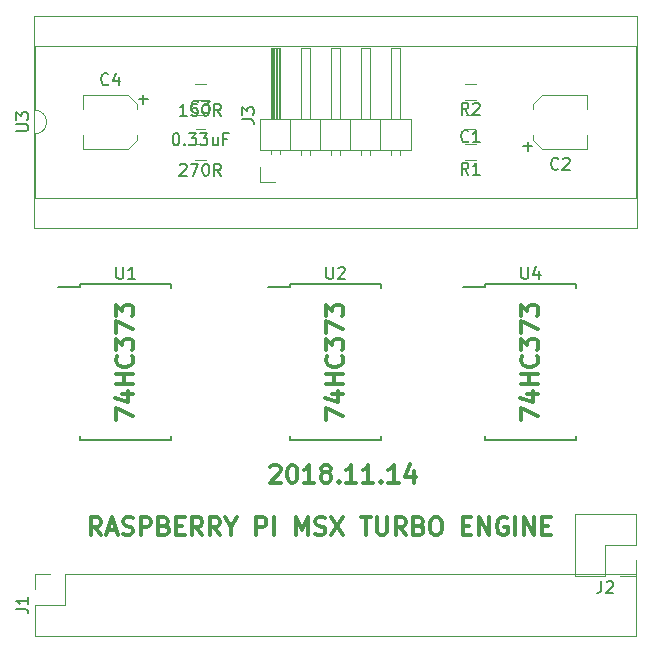
<source format=gbr>
G04 #@! TF.FileFunction,Legend,Top*
%FSLAX46Y46*%
G04 Gerber Fmt 4.6, Leading zero omitted, Abs format (unit mm)*
G04 Created by KiCad (PCBNEW 4.0.7) date 11/14/18 02:16:29*
%MOMM*%
%LPD*%
G01*
G04 APERTURE LIST*
%ADD10C,0.100000*%
%ADD11C,0.300000*%
%ADD12C,0.120000*%
%ADD13C,0.150000*%
G04 APERTURE END LIST*
D10*
D11*
X144352144Y-99016429D02*
X144423573Y-98945000D01*
X144566430Y-98873571D01*
X144923573Y-98873571D01*
X145066430Y-98945000D01*
X145137859Y-99016429D01*
X145209287Y-99159286D01*
X145209287Y-99302143D01*
X145137859Y-99516429D01*
X144280716Y-100373571D01*
X145209287Y-100373571D01*
X146137858Y-98873571D02*
X146280715Y-98873571D01*
X146423572Y-98945000D01*
X146495001Y-99016429D01*
X146566430Y-99159286D01*
X146637858Y-99445000D01*
X146637858Y-99802143D01*
X146566430Y-100087857D01*
X146495001Y-100230714D01*
X146423572Y-100302143D01*
X146280715Y-100373571D01*
X146137858Y-100373571D01*
X145995001Y-100302143D01*
X145923572Y-100230714D01*
X145852144Y-100087857D01*
X145780715Y-99802143D01*
X145780715Y-99445000D01*
X145852144Y-99159286D01*
X145923572Y-99016429D01*
X145995001Y-98945000D01*
X146137858Y-98873571D01*
X148066429Y-100373571D02*
X147209286Y-100373571D01*
X147637858Y-100373571D02*
X147637858Y-98873571D01*
X147495001Y-99087857D01*
X147352143Y-99230714D01*
X147209286Y-99302143D01*
X148923572Y-99516429D02*
X148780714Y-99445000D01*
X148709286Y-99373571D01*
X148637857Y-99230714D01*
X148637857Y-99159286D01*
X148709286Y-99016429D01*
X148780714Y-98945000D01*
X148923572Y-98873571D01*
X149209286Y-98873571D01*
X149352143Y-98945000D01*
X149423572Y-99016429D01*
X149495000Y-99159286D01*
X149495000Y-99230714D01*
X149423572Y-99373571D01*
X149352143Y-99445000D01*
X149209286Y-99516429D01*
X148923572Y-99516429D01*
X148780714Y-99587857D01*
X148709286Y-99659286D01*
X148637857Y-99802143D01*
X148637857Y-100087857D01*
X148709286Y-100230714D01*
X148780714Y-100302143D01*
X148923572Y-100373571D01*
X149209286Y-100373571D01*
X149352143Y-100302143D01*
X149423572Y-100230714D01*
X149495000Y-100087857D01*
X149495000Y-99802143D01*
X149423572Y-99659286D01*
X149352143Y-99587857D01*
X149209286Y-99516429D01*
X150137857Y-100230714D02*
X150209285Y-100302143D01*
X150137857Y-100373571D01*
X150066428Y-100302143D01*
X150137857Y-100230714D01*
X150137857Y-100373571D01*
X151637857Y-100373571D02*
X150780714Y-100373571D01*
X151209286Y-100373571D02*
X151209286Y-98873571D01*
X151066429Y-99087857D01*
X150923571Y-99230714D01*
X150780714Y-99302143D01*
X153066428Y-100373571D02*
X152209285Y-100373571D01*
X152637857Y-100373571D02*
X152637857Y-98873571D01*
X152495000Y-99087857D01*
X152352142Y-99230714D01*
X152209285Y-99302143D01*
X153709285Y-100230714D02*
X153780713Y-100302143D01*
X153709285Y-100373571D01*
X153637856Y-100302143D01*
X153709285Y-100230714D01*
X153709285Y-100373571D01*
X155209285Y-100373571D02*
X154352142Y-100373571D01*
X154780714Y-100373571D02*
X154780714Y-98873571D01*
X154637857Y-99087857D01*
X154494999Y-99230714D01*
X154352142Y-99302143D01*
X156494999Y-99373571D02*
X156494999Y-100373571D01*
X156137856Y-98802143D02*
X155780713Y-99873571D01*
X156709285Y-99873571D01*
X130018572Y-104818571D02*
X129518572Y-104104286D01*
X129161429Y-104818571D02*
X129161429Y-103318571D01*
X129732857Y-103318571D01*
X129875715Y-103390000D01*
X129947143Y-103461429D01*
X130018572Y-103604286D01*
X130018572Y-103818571D01*
X129947143Y-103961429D01*
X129875715Y-104032857D01*
X129732857Y-104104286D01*
X129161429Y-104104286D01*
X130590000Y-104390000D02*
X131304286Y-104390000D01*
X130447143Y-104818571D02*
X130947143Y-103318571D01*
X131447143Y-104818571D01*
X131875714Y-104747143D02*
X132090000Y-104818571D01*
X132447143Y-104818571D01*
X132590000Y-104747143D01*
X132661429Y-104675714D01*
X132732857Y-104532857D01*
X132732857Y-104390000D01*
X132661429Y-104247143D01*
X132590000Y-104175714D01*
X132447143Y-104104286D01*
X132161429Y-104032857D01*
X132018571Y-103961429D01*
X131947143Y-103890000D01*
X131875714Y-103747143D01*
X131875714Y-103604286D01*
X131947143Y-103461429D01*
X132018571Y-103390000D01*
X132161429Y-103318571D01*
X132518571Y-103318571D01*
X132732857Y-103390000D01*
X133375714Y-104818571D02*
X133375714Y-103318571D01*
X133947142Y-103318571D01*
X134090000Y-103390000D01*
X134161428Y-103461429D01*
X134232857Y-103604286D01*
X134232857Y-103818571D01*
X134161428Y-103961429D01*
X134090000Y-104032857D01*
X133947142Y-104104286D01*
X133375714Y-104104286D01*
X135375714Y-104032857D02*
X135590000Y-104104286D01*
X135661428Y-104175714D01*
X135732857Y-104318571D01*
X135732857Y-104532857D01*
X135661428Y-104675714D01*
X135590000Y-104747143D01*
X135447142Y-104818571D01*
X134875714Y-104818571D01*
X134875714Y-103318571D01*
X135375714Y-103318571D01*
X135518571Y-103390000D01*
X135590000Y-103461429D01*
X135661428Y-103604286D01*
X135661428Y-103747143D01*
X135590000Y-103890000D01*
X135518571Y-103961429D01*
X135375714Y-104032857D01*
X134875714Y-104032857D01*
X136375714Y-104032857D02*
X136875714Y-104032857D01*
X137090000Y-104818571D02*
X136375714Y-104818571D01*
X136375714Y-103318571D01*
X137090000Y-103318571D01*
X138590000Y-104818571D02*
X138090000Y-104104286D01*
X137732857Y-104818571D02*
X137732857Y-103318571D01*
X138304285Y-103318571D01*
X138447143Y-103390000D01*
X138518571Y-103461429D01*
X138590000Y-103604286D01*
X138590000Y-103818571D01*
X138518571Y-103961429D01*
X138447143Y-104032857D01*
X138304285Y-104104286D01*
X137732857Y-104104286D01*
X140090000Y-104818571D02*
X139590000Y-104104286D01*
X139232857Y-104818571D02*
X139232857Y-103318571D01*
X139804285Y-103318571D01*
X139947143Y-103390000D01*
X140018571Y-103461429D01*
X140090000Y-103604286D01*
X140090000Y-103818571D01*
X140018571Y-103961429D01*
X139947143Y-104032857D01*
X139804285Y-104104286D01*
X139232857Y-104104286D01*
X141018571Y-104104286D02*
X141018571Y-104818571D01*
X140518571Y-103318571D02*
X141018571Y-104104286D01*
X141518571Y-103318571D01*
X143161428Y-104818571D02*
X143161428Y-103318571D01*
X143732856Y-103318571D01*
X143875714Y-103390000D01*
X143947142Y-103461429D01*
X144018571Y-103604286D01*
X144018571Y-103818571D01*
X143947142Y-103961429D01*
X143875714Y-104032857D01*
X143732856Y-104104286D01*
X143161428Y-104104286D01*
X144661428Y-104818571D02*
X144661428Y-103318571D01*
X146518571Y-104818571D02*
X146518571Y-103318571D01*
X147018571Y-104390000D01*
X147518571Y-103318571D01*
X147518571Y-104818571D01*
X148161428Y-104747143D02*
X148375714Y-104818571D01*
X148732857Y-104818571D01*
X148875714Y-104747143D01*
X148947143Y-104675714D01*
X149018571Y-104532857D01*
X149018571Y-104390000D01*
X148947143Y-104247143D01*
X148875714Y-104175714D01*
X148732857Y-104104286D01*
X148447143Y-104032857D01*
X148304285Y-103961429D01*
X148232857Y-103890000D01*
X148161428Y-103747143D01*
X148161428Y-103604286D01*
X148232857Y-103461429D01*
X148304285Y-103390000D01*
X148447143Y-103318571D01*
X148804285Y-103318571D01*
X149018571Y-103390000D01*
X149518571Y-103318571D02*
X150518571Y-104818571D01*
X150518571Y-103318571D02*
X149518571Y-104818571D01*
X152018570Y-103318571D02*
X152875713Y-103318571D01*
X152447142Y-104818571D02*
X152447142Y-103318571D01*
X153375713Y-103318571D02*
X153375713Y-104532857D01*
X153447141Y-104675714D01*
X153518570Y-104747143D01*
X153661427Y-104818571D01*
X153947141Y-104818571D01*
X154089999Y-104747143D01*
X154161427Y-104675714D01*
X154232856Y-104532857D01*
X154232856Y-103318571D01*
X155804285Y-104818571D02*
X155304285Y-104104286D01*
X154947142Y-104818571D02*
X154947142Y-103318571D01*
X155518570Y-103318571D01*
X155661428Y-103390000D01*
X155732856Y-103461429D01*
X155804285Y-103604286D01*
X155804285Y-103818571D01*
X155732856Y-103961429D01*
X155661428Y-104032857D01*
X155518570Y-104104286D01*
X154947142Y-104104286D01*
X156947142Y-104032857D02*
X157161428Y-104104286D01*
X157232856Y-104175714D01*
X157304285Y-104318571D01*
X157304285Y-104532857D01*
X157232856Y-104675714D01*
X157161428Y-104747143D01*
X157018570Y-104818571D01*
X156447142Y-104818571D01*
X156447142Y-103318571D01*
X156947142Y-103318571D01*
X157089999Y-103390000D01*
X157161428Y-103461429D01*
X157232856Y-103604286D01*
X157232856Y-103747143D01*
X157161428Y-103890000D01*
X157089999Y-103961429D01*
X156947142Y-104032857D01*
X156447142Y-104032857D01*
X158232856Y-103318571D02*
X158518570Y-103318571D01*
X158661428Y-103390000D01*
X158804285Y-103532857D01*
X158875713Y-103818571D01*
X158875713Y-104318571D01*
X158804285Y-104604286D01*
X158661428Y-104747143D01*
X158518570Y-104818571D01*
X158232856Y-104818571D01*
X158089999Y-104747143D01*
X157947142Y-104604286D01*
X157875713Y-104318571D01*
X157875713Y-103818571D01*
X157947142Y-103532857D01*
X158089999Y-103390000D01*
X158232856Y-103318571D01*
X160661428Y-104032857D02*
X161161428Y-104032857D01*
X161375714Y-104818571D02*
X160661428Y-104818571D01*
X160661428Y-103318571D01*
X161375714Y-103318571D01*
X162018571Y-104818571D02*
X162018571Y-103318571D01*
X162875714Y-104818571D01*
X162875714Y-103318571D01*
X164375714Y-103390000D02*
X164232857Y-103318571D01*
X164018571Y-103318571D01*
X163804286Y-103390000D01*
X163661428Y-103532857D01*
X163590000Y-103675714D01*
X163518571Y-103961429D01*
X163518571Y-104175714D01*
X163590000Y-104461429D01*
X163661428Y-104604286D01*
X163804286Y-104747143D01*
X164018571Y-104818571D01*
X164161428Y-104818571D01*
X164375714Y-104747143D01*
X164447143Y-104675714D01*
X164447143Y-104175714D01*
X164161428Y-104175714D01*
X165090000Y-104818571D02*
X165090000Y-103318571D01*
X165804286Y-104818571D02*
X165804286Y-103318571D01*
X166661429Y-104818571D01*
X166661429Y-103318571D01*
X167375715Y-104032857D02*
X167875715Y-104032857D01*
X168090001Y-104818571D02*
X167375715Y-104818571D01*
X167375715Y-103318571D01*
X168090001Y-103318571D01*
X165548571Y-95062856D02*
X165548571Y-94062856D01*
X167048571Y-94705713D01*
X166048571Y-92848571D02*
X167048571Y-92848571D01*
X165477143Y-93205714D02*
X166548571Y-93562857D01*
X166548571Y-92634285D01*
X167048571Y-92062857D02*
X165548571Y-92062857D01*
X166262857Y-92062857D02*
X166262857Y-91205714D01*
X167048571Y-91205714D02*
X165548571Y-91205714D01*
X166905714Y-89634285D02*
X166977143Y-89705714D01*
X167048571Y-89920000D01*
X167048571Y-90062857D01*
X166977143Y-90277142D01*
X166834286Y-90420000D01*
X166691429Y-90491428D01*
X166405714Y-90562857D01*
X166191429Y-90562857D01*
X165905714Y-90491428D01*
X165762857Y-90420000D01*
X165620000Y-90277142D01*
X165548571Y-90062857D01*
X165548571Y-89920000D01*
X165620000Y-89705714D01*
X165691429Y-89634285D01*
X165548571Y-89134285D02*
X165548571Y-88205714D01*
X166120000Y-88705714D01*
X166120000Y-88491428D01*
X166191429Y-88348571D01*
X166262857Y-88277142D01*
X166405714Y-88205714D01*
X166762857Y-88205714D01*
X166905714Y-88277142D01*
X166977143Y-88348571D01*
X167048571Y-88491428D01*
X167048571Y-88920000D01*
X166977143Y-89062857D01*
X166905714Y-89134285D01*
X165548571Y-87705714D02*
X165548571Y-86705714D01*
X167048571Y-87348571D01*
X165548571Y-86277143D02*
X165548571Y-85348572D01*
X166120000Y-85848572D01*
X166120000Y-85634286D01*
X166191429Y-85491429D01*
X166262857Y-85420000D01*
X166405714Y-85348572D01*
X166762857Y-85348572D01*
X166905714Y-85420000D01*
X166977143Y-85491429D01*
X167048571Y-85634286D01*
X167048571Y-86062858D01*
X166977143Y-86205715D01*
X166905714Y-86277143D01*
X149038571Y-95062856D02*
X149038571Y-94062856D01*
X150538571Y-94705713D01*
X149538571Y-92848571D02*
X150538571Y-92848571D01*
X148967143Y-93205714D02*
X150038571Y-93562857D01*
X150038571Y-92634285D01*
X150538571Y-92062857D02*
X149038571Y-92062857D01*
X149752857Y-92062857D02*
X149752857Y-91205714D01*
X150538571Y-91205714D02*
X149038571Y-91205714D01*
X150395714Y-89634285D02*
X150467143Y-89705714D01*
X150538571Y-89920000D01*
X150538571Y-90062857D01*
X150467143Y-90277142D01*
X150324286Y-90420000D01*
X150181429Y-90491428D01*
X149895714Y-90562857D01*
X149681429Y-90562857D01*
X149395714Y-90491428D01*
X149252857Y-90420000D01*
X149110000Y-90277142D01*
X149038571Y-90062857D01*
X149038571Y-89920000D01*
X149110000Y-89705714D01*
X149181429Y-89634285D01*
X149038571Y-89134285D02*
X149038571Y-88205714D01*
X149610000Y-88705714D01*
X149610000Y-88491428D01*
X149681429Y-88348571D01*
X149752857Y-88277142D01*
X149895714Y-88205714D01*
X150252857Y-88205714D01*
X150395714Y-88277142D01*
X150467143Y-88348571D01*
X150538571Y-88491428D01*
X150538571Y-88920000D01*
X150467143Y-89062857D01*
X150395714Y-89134285D01*
X149038571Y-87705714D02*
X149038571Y-86705714D01*
X150538571Y-87348571D01*
X149038571Y-86277143D02*
X149038571Y-85348572D01*
X149610000Y-85848572D01*
X149610000Y-85634286D01*
X149681429Y-85491429D01*
X149752857Y-85420000D01*
X149895714Y-85348572D01*
X150252857Y-85348572D01*
X150395714Y-85420000D01*
X150467143Y-85491429D01*
X150538571Y-85634286D01*
X150538571Y-86062858D01*
X150467143Y-86205715D01*
X150395714Y-86277143D01*
X131258571Y-95062856D02*
X131258571Y-94062856D01*
X132758571Y-94705713D01*
X131758571Y-92848571D02*
X132758571Y-92848571D01*
X131187143Y-93205714D02*
X132258571Y-93562857D01*
X132258571Y-92634285D01*
X132758571Y-92062857D02*
X131258571Y-92062857D01*
X131972857Y-92062857D02*
X131972857Y-91205714D01*
X132758571Y-91205714D02*
X131258571Y-91205714D01*
X132615714Y-89634285D02*
X132687143Y-89705714D01*
X132758571Y-89920000D01*
X132758571Y-90062857D01*
X132687143Y-90277142D01*
X132544286Y-90420000D01*
X132401429Y-90491428D01*
X132115714Y-90562857D01*
X131901429Y-90562857D01*
X131615714Y-90491428D01*
X131472857Y-90420000D01*
X131330000Y-90277142D01*
X131258571Y-90062857D01*
X131258571Y-89920000D01*
X131330000Y-89705714D01*
X131401429Y-89634285D01*
X131258571Y-89134285D02*
X131258571Y-88205714D01*
X131830000Y-88705714D01*
X131830000Y-88491428D01*
X131901429Y-88348571D01*
X131972857Y-88277142D01*
X132115714Y-88205714D01*
X132472857Y-88205714D01*
X132615714Y-88277142D01*
X132687143Y-88348571D01*
X132758571Y-88491428D01*
X132758571Y-88920000D01*
X132687143Y-89062857D01*
X132615714Y-89134285D01*
X131258571Y-87705714D02*
X131258571Y-86705714D01*
X132758571Y-87348571D01*
X131258571Y-86277143D02*
X131258571Y-85348572D01*
X131830000Y-85848572D01*
X131830000Y-85634286D01*
X131901429Y-85491429D01*
X131972857Y-85420000D01*
X132115714Y-85348572D01*
X132472857Y-85348572D01*
X132615714Y-85420000D01*
X132687143Y-85491429D01*
X132758571Y-85634286D01*
X132758571Y-86062858D01*
X132687143Y-86205715D01*
X132615714Y-86277143D01*
D12*
X161640000Y-70450000D02*
X160940000Y-70450000D01*
X160940000Y-69250000D02*
X161640000Y-69250000D01*
X171200000Y-67550000D02*
X171200000Y-68720000D01*
X171200000Y-72120000D02*
X171200000Y-70950000D01*
X166620000Y-71360000D02*
X166620000Y-70950000D01*
X166620000Y-68310000D02*
X166620000Y-68720000D01*
X167390000Y-67550000D02*
X171200000Y-67550000D01*
X167390000Y-67550000D02*
X166620000Y-68310000D01*
X167390000Y-72120000D02*
X171200000Y-72120000D01*
X167390000Y-72120000D02*
X166620000Y-71360000D01*
X138080000Y-69250000D02*
X138780000Y-69250000D01*
X138780000Y-70450000D02*
X138080000Y-70450000D01*
X128520000Y-72150000D02*
X128520000Y-70980000D01*
X128520000Y-67580000D02*
X128520000Y-68750000D01*
X133100000Y-68340000D02*
X133100000Y-68750000D01*
X133100000Y-71390000D02*
X133100000Y-70980000D01*
X132330000Y-72150000D02*
X128520000Y-72150000D01*
X132330000Y-72150000D02*
X133100000Y-71390000D01*
X132330000Y-67580000D02*
X128520000Y-67580000D01*
X132330000Y-67580000D02*
X133100000Y-68340000D01*
X127000000Y-108144000D02*
X175320000Y-108144000D01*
X175320000Y-108144000D02*
X175320000Y-113344000D01*
X175320000Y-113344000D02*
X124400000Y-113344000D01*
X124400000Y-113344000D02*
X124400000Y-110744000D01*
X124400000Y-110744000D02*
X127000000Y-110744000D01*
X127000000Y-110744000D02*
X127000000Y-108144000D01*
X125730000Y-108144000D02*
X124400000Y-108144000D01*
X124400000Y-108144000D02*
X124400000Y-109414000D01*
X175320000Y-103064000D02*
X170120000Y-103064000D01*
X175320000Y-105664000D02*
X175320000Y-103064000D01*
X170120000Y-108264000D02*
X170120000Y-103064000D01*
X175320000Y-105664000D02*
X172720000Y-105664000D01*
X172720000Y-105664000D02*
X172720000Y-108264000D01*
X172720000Y-108264000D02*
X170120000Y-108264000D01*
X175320000Y-106934000D02*
X175320000Y-108264000D01*
X175320000Y-108264000D02*
X173990000Y-108264000D01*
X143450000Y-72220000D02*
X156270000Y-72220000D01*
X156270000Y-72220000D02*
X156270000Y-69560000D01*
X156270000Y-69560000D02*
X143450000Y-69560000D01*
X143450000Y-69560000D02*
X143450000Y-72220000D01*
X144400000Y-69560000D02*
X144400000Y-63560000D01*
X144400000Y-63560000D02*
X145160000Y-63560000D01*
X145160000Y-63560000D02*
X145160000Y-69560000D01*
X144460000Y-69560000D02*
X144460000Y-63560000D01*
X144580000Y-69560000D02*
X144580000Y-63560000D01*
X144700000Y-69560000D02*
X144700000Y-63560000D01*
X144820000Y-69560000D02*
X144820000Y-63560000D01*
X144940000Y-69560000D02*
X144940000Y-63560000D01*
X145060000Y-69560000D02*
X145060000Y-63560000D01*
X144400000Y-72550000D02*
X144400000Y-72220000D01*
X145160000Y-72550000D02*
X145160000Y-72220000D01*
X146050000Y-72220000D02*
X146050000Y-69560000D01*
X146940000Y-69560000D02*
X146940000Y-63560000D01*
X146940000Y-63560000D02*
X147700000Y-63560000D01*
X147700000Y-63560000D02*
X147700000Y-69560000D01*
X146940000Y-72617071D02*
X146940000Y-72220000D01*
X147700000Y-72617071D02*
X147700000Y-72220000D01*
X148590000Y-72220000D02*
X148590000Y-69560000D01*
X149480000Y-69560000D02*
X149480000Y-63560000D01*
X149480000Y-63560000D02*
X150240000Y-63560000D01*
X150240000Y-63560000D02*
X150240000Y-69560000D01*
X149480000Y-72617071D02*
X149480000Y-72220000D01*
X150240000Y-72617071D02*
X150240000Y-72220000D01*
X151130000Y-72220000D02*
X151130000Y-69560000D01*
X152020000Y-69560000D02*
X152020000Y-63560000D01*
X152020000Y-63560000D02*
X152780000Y-63560000D01*
X152780000Y-63560000D02*
X152780000Y-69560000D01*
X152020000Y-72617071D02*
X152020000Y-72220000D01*
X152780000Y-72617071D02*
X152780000Y-72220000D01*
X153670000Y-72220000D02*
X153670000Y-69560000D01*
X154560000Y-69560000D02*
X154560000Y-63560000D01*
X154560000Y-63560000D02*
X155320000Y-63560000D01*
X155320000Y-63560000D02*
X155320000Y-69560000D01*
X154560000Y-72617071D02*
X154560000Y-72220000D01*
X155320000Y-72617071D02*
X155320000Y-72220000D01*
X144780000Y-74930000D02*
X143510000Y-74930000D01*
X143510000Y-74930000D02*
X143510000Y-73660000D01*
X160790000Y-71710000D02*
X161790000Y-71710000D01*
X161790000Y-73070000D02*
X160790000Y-73070000D01*
X160790000Y-66630000D02*
X161790000Y-66630000D01*
X161790000Y-67990000D02*
X160790000Y-67990000D01*
X138930000Y-73070000D02*
X137930000Y-73070000D01*
X137930000Y-71710000D02*
X138930000Y-71710000D01*
X138930000Y-67990000D02*
X137930000Y-67990000D01*
X137930000Y-66630000D02*
X138930000Y-66630000D01*
D13*
X128205000Y-83595000D02*
X128205000Y-83845000D01*
X135955000Y-83595000D02*
X135955000Y-83930000D01*
X135955000Y-96745000D02*
X135955000Y-96410000D01*
X128205000Y-96745000D02*
X128205000Y-96410000D01*
X128205000Y-83595000D02*
X135955000Y-83595000D01*
X128205000Y-96745000D02*
X135955000Y-96745000D01*
X128205000Y-83845000D02*
X126405000Y-83845000D01*
X145985000Y-83595000D02*
X145985000Y-83845000D01*
X153735000Y-83595000D02*
X153735000Y-83930000D01*
X153735000Y-96745000D02*
X153735000Y-96410000D01*
X145985000Y-96745000D02*
X145985000Y-96410000D01*
X145985000Y-83595000D02*
X153735000Y-83595000D01*
X145985000Y-96745000D02*
X153735000Y-96745000D01*
X145985000Y-83845000D02*
X144185000Y-83845000D01*
D12*
X124400000Y-68850000D02*
G75*
G02X124400000Y-70850000I0J-1000000D01*
G01*
X124400000Y-70850000D02*
X124400000Y-76310000D01*
X124400000Y-76310000D02*
X175320000Y-76310000D01*
X175320000Y-76310000D02*
X175320000Y-63390000D01*
X175320000Y-63390000D02*
X124400000Y-63390000D01*
X124400000Y-63390000D02*
X124400000Y-68850000D01*
X124340000Y-78800000D02*
X175380000Y-78800000D01*
X175380000Y-78800000D02*
X175380000Y-60900000D01*
X175380000Y-60900000D02*
X124340000Y-60900000D01*
X124340000Y-60900000D02*
X124340000Y-78800000D01*
D13*
X162495000Y-83595000D02*
X162495000Y-83845000D01*
X170245000Y-83595000D02*
X170245000Y-83930000D01*
X170245000Y-96745000D02*
X170245000Y-96410000D01*
X162495000Y-96745000D02*
X162495000Y-96410000D01*
X162495000Y-83595000D02*
X170245000Y-83595000D01*
X162495000Y-96745000D02*
X170245000Y-96745000D01*
X162495000Y-83845000D02*
X160695000Y-83845000D01*
X161123334Y-71457143D02*
X161075715Y-71504762D01*
X160932858Y-71552381D01*
X160837620Y-71552381D01*
X160694762Y-71504762D01*
X160599524Y-71409524D01*
X160551905Y-71314286D01*
X160504286Y-71123810D01*
X160504286Y-70980952D01*
X160551905Y-70790476D01*
X160599524Y-70695238D01*
X160694762Y-70600000D01*
X160837620Y-70552381D01*
X160932858Y-70552381D01*
X161075715Y-70600000D01*
X161123334Y-70647619D01*
X162075715Y-71552381D02*
X161504286Y-71552381D01*
X161790000Y-71552381D02*
X161790000Y-70552381D01*
X161694762Y-70695238D01*
X161599524Y-70790476D01*
X161504286Y-70838095D01*
X168743334Y-73787143D02*
X168695715Y-73834762D01*
X168552858Y-73882381D01*
X168457620Y-73882381D01*
X168314762Y-73834762D01*
X168219524Y-73739524D01*
X168171905Y-73644286D01*
X168124286Y-73453810D01*
X168124286Y-73310952D01*
X168171905Y-73120476D01*
X168219524Y-73025238D01*
X168314762Y-72930000D01*
X168457620Y-72882381D01*
X168552858Y-72882381D01*
X168695715Y-72930000D01*
X168743334Y-72977619D01*
X169124286Y-72977619D02*
X169171905Y-72930000D01*
X169267143Y-72882381D01*
X169505239Y-72882381D01*
X169600477Y-72930000D01*
X169648096Y-72977619D01*
X169695715Y-73072857D01*
X169695715Y-73168095D01*
X169648096Y-73310952D01*
X169076667Y-73882381D01*
X169695715Y-73882381D01*
X165749048Y-71911429D02*
X166510953Y-71911429D01*
X166130001Y-72292381D02*
X166130001Y-71530476D01*
X138263334Y-68957143D02*
X138215715Y-69004762D01*
X138072858Y-69052381D01*
X137977620Y-69052381D01*
X137834762Y-69004762D01*
X137739524Y-68909524D01*
X137691905Y-68814286D01*
X137644286Y-68623810D01*
X137644286Y-68480952D01*
X137691905Y-68290476D01*
X137739524Y-68195238D01*
X137834762Y-68100000D01*
X137977620Y-68052381D01*
X138072858Y-68052381D01*
X138215715Y-68100000D01*
X138263334Y-68147619D01*
X138596667Y-68052381D02*
X139215715Y-68052381D01*
X138882381Y-68433333D01*
X139025239Y-68433333D01*
X139120477Y-68480952D01*
X139168096Y-68528571D01*
X139215715Y-68623810D01*
X139215715Y-68861905D01*
X139168096Y-68957143D01*
X139120477Y-69004762D01*
X139025239Y-69052381D01*
X138739524Y-69052381D01*
X138644286Y-69004762D01*
X138596667Y-68957143D01*
X136310952Y-70802381D02*
X136406191Y-70802381D01*
X136501429Y-70850000D01*
X136549048Y-70897619D01*
X136596667Y-70992857D01*
X136644286Y-71183333D01*
X136644286Y-71421429D01*
X136596667Y-71611905D01*
X136549048Y-71707143D01*
X136501429Y-71754762D01*
X136406191Y-71802381D01*
X136310952Y-71802381D01*
X136215714Y-71754762D01*
X136168095Y-71707143D01*
X136120476Y-71611905D01*
X136072857Y-71421429D01*
X136072857Y-71183333D01*
X136120476Y-70992857D01*
X136168095Y-70897619D01*
X136215714Y-70850000D01*
X136310952Y-70802381D01*
X137072857Y-71707143D02*
X137120476Y-71754762D01*
X137072857Y-71802381D01*
X137025238Y-71754762D01*
X137072857Y-71707143D01*
X137072857Y-71802381D01*
X137453809Y-70802381D02*
X138072857Y-70802381D01*
X137739523Y-71183333D01*
X137882381Y-71183333D01*
X137977619Y-71230952D01*
X138025238Y-71278571D01*
X138072857Y-71373810D01*
X138072857Y-71611905D01*
X138025238Y-71707143D01*
X137977619Y-71754762D01*
X137882381Y-71802381D01*
X137596666Y-71802381D01*
X137501428Y-71754762D01*
X137453809Y-71707143D01*
X138406190Y-70802381D02*
X139025238Y-70802381D01*
X138691904Y-71183333D01*
X138834762Y-71183333D01*
X138930000Y-71230952D01*
X138977619Y-71278571D01*
X139025238Y-71373810D01*
X139025238Y-71611905D01*
X138977619Y-71707143D01*
X138930000Y-71754762D01*
X138834762Y-71802381D01*
X138549047Y-71802381D01*
X138453809Y-71754762D01*
X138406190Y-71707143D01*
X139882381Y-71135714D02*
X139882381Y-71802381D01*
X139453809Y-71135714D02*
X139453809Y-71659524D01*
X139501428Y-71754762D01*
X139596666Y-71802381D01*
X139739524Y-71802381D01*
X139834762Y-71754762D01*
X139882381Y-71707143D01*
X140691905Y-71278571D02*
X140358571Y-71278571D01*
X140358571Y-71802381D02*
X140358571Y-70802381D01*
X140834762Y-70802381D01*
X130643334Y-66627143D02*
X130595715Y-66674762D01*
X130452858Y-66722381D01*
X130357620Y-66722381D01*
X130214762Y-66674762D01*
X130119524Y-66579524D01*
X130071905Y-66484286D01*
X130024286Y-66293810D01*
X130024286Y-66150952D01*
X130071905Y-65960476D01*
X130119524Y-65865238D01*
X130214762Y-65770000D01*
X130357620Y-65722381D01*
X130452858Y-65722381D01*
X130595715Y-65770000D01*
X130643334Y-65817619D01*
X131500477Y-66055714D02*
X131500477Y-66722381D01*
X131262381Y-65674762D02*
X131024286Y-66389048D01*
X131643334Y-66389048D01*
X133209048Y-67931429D02*
X133970953Y-67931429D01*
X133590001Y-68312381D02*
X133590001Y-67550476D01*
X122852381Y-111077333D02*
X123566667Y-111077333D01*
X123709524Y-111124953D01*
X123804762Y-111220191D01*
X123852381Y-111363048D01*
X123852381Y-111458286D01*
X123852381Y-110077333D02*
X123852381Y-110648762D01*
X123852381Y-110363048D02*
X122852381Y-110363048D01*
X122995238Y-110458286D01*
X123090476Y-110553524D01*
X123138095Y-110648762D01*
X172386667Y-108716381D02*
X172386667Y-109430667D01*
X172339047Y-109573524D01*
X172243809Y-109668762D01*
X172100952Y-109716381D01*
X172005714Y-109716381D01*
X172815238Y-108811619D02*
X172862857Y-108764000D01*
X172958095Y-108716381D01*
X173196191Y-108716381D01*
X173291429Y-108764000D01*
X173339048Y-108811619D01*
X173386667Y-108906857D01*
X173386667Y-109002095D01*
X173339048Y-109144952D01*
X172767619Y-109716381D01*
X173386667Y-109716381D01*
X141962381Y-69608333D02*
X142676667Y-69608333D01*
X142819524Y-69655953D01*
X142914762Y-69751191D01*
X142962381Y-69894048D01*
X142962381Y-69989286D01*
X141962381Y-69227381D02*
X141962381Y-68608333D01*
X142343333Y-68941667D01*
X142343333Y-68798809D01*
X142390952Y-68703571D01*
X142438571Y-68655952D01*
X142533810Y-68608333D01*
X142771905Y-68608333D01*
X142867143Y-68655952D01*
X142914762Y-68703571D01*
X142962381Y-68798809D01*
X142962381Y-69084524D01*
X142914762Y-69179762D01*
X142867143Y-69227381D01*
X161123334Y-74292381D02*
X160790000Y-73816190D01*
X160551905Y-74292381D02*
X160551905Y-73292381D01*
X160932858Y-73292381D01*
X161028096Y-73340000D01*
X161075715Y-73387619D01*
X161123334Y-73482857D01*
X161123334Y-73625714D01*
X161075715Y-73720952D01*
X161028096Y-73768571D01*
X160932858Y-73816190D01*
X160551905Y-73816190D01*
X162075715Y-74292381D02*
X161504286Y-74292381D01*
X161790000Y-74292381D02*
X161790000Y-73292381D01*
X161694762Y-73435238D01*
X161599524Y-73530476D01*
X161504286Y-73578095D01*
X161123334Y-69212381D02*
X160790000Y-68736190D01*
X160551905Y-69212381D02*
X160551905Y-68212381D01*
X160932858Y-68212381D01*
X161028096Y-68260000D01*
X161075715Y-68307619D01*
X161123334Y-68402857D01*
X161123334Y-68545714D01*
X161075715Y-68640952D01*
X161028096Y-68688571D01*
X160932858Y-68736190D01*
X160551905Y-68736190D01*
X161504286Y-68307619D02*
X161551905Y-68260000D01*
X161647143Y-68212381D01*
X161885239Y-68212381D01*
X161980477Y-68260000D01*
X162028096Y-68307619D01*
X162075715Y-68402857D01*
X162075715Y-68498095D01*
X162028096Y-68640952D01*
X161456667Y-69212381D01*
X162075715Y-69212381D01*
X136691905Y-73487619D02*
X136739524Y-73440000D01*
X136834762Y-73392381D01*
X137072858Y-73392381D01*
X137168096Y-73440000D01*
X137215715Y-73487619D01*
X137263334Y-73582857D01*
X137263334Y-73678095D01*
X137215715Y-73820952D01*
X136644286Y-74392381D01*
X137263334Y-74392381D01*
X137596667Y-73392381D02*
X138263334Y-73392381D01*
X137834762Y-74392381D01*
X138834762Y-73392381D02*
X138930001Y-73392381D01*
X139025239Y-73440000D01*
X139072858Y-73487619D01*
X139120477Y-73582857D01*
X139168096Y-73773333D01*
X139168096Y-74011429D01*
X139120477Y-74201905D01*
X139072858Y-74297143D01*
X139025239Y-74344762D01*
X138930001Y-74392381D01*
X138834762Y-74392381D01*
X138739524Y-74344762D01*
X138691905Y-74297143D01*
X138644286Y-74201905D01*
X138596667Y-74011429D01*
X138596667Y-73773333D01*
X138644286Y-73582857D01*
X138691905Y-73487619D01*
X138739524Y-73440000D01*
X138834762Y-73392381D01*
X140168096Y-74392381D02*
X139834762Y-73916190D01*
X139596667Y-74392381D02*
X139596667Y-73392381D01*
X139977620Y-73392381D01*
X140072858Y-73440000D01*
X140120477Y-73487619D01*
X140168096Y-73582857D01*
X140168096Y-73725714D01*
X140120477Y-73820952D01*
X140072858Y-73868571D01*
X139977620Y-73916190D01*
X139596667Y-73916190D01*
X137263334Y-69312381D02*
X136691905Y-69312381D01*
X136977619Y-69312381D02*
X136977619Y-68312381D01*
X136882381Y-68455238D01*
X136787143Y-68550476D01*
X136691905Y-68598095D01*
X138168096Y-68312381D02*
X137691905Y-68312381D01*
X137644286Y-68788571D01*
X137691905Y-68740952D01*
X137787143Y-68693333D01*
X138025239Y-68693333D01*
X138120477Y-68740952D01*
X138168096Y-68788571D01*
X138215715Y-68883810D01*
X138215715Y-69121905D01*
X138168096Y-69217143D01*
X138120477Y-69264762D01*
X138025239Y-69312381D01*
X137787143Y-69312381D01*
X137691905Y-69264762D01*
X137644286Y-69217143D01*
X138834762Y-68312381D02*
X138930001Y-68312381D01*
X139025239Y-68360000D01*
X139072858Y-68407619D01*
X139120477Y-68502857D01*
X139168096Y-68693333D01*
X139168096Y-68931429D01*
X139120477Y-69121905D01*
X139072858Y-69217143D01*
X139025239Y-69264762D01*
X138930001Y-69312381D01*
X138834762Y-69312381D01*
X138739524Y-69264762D01*
X138691905Y-69217143D01*
X138644286Y-69121905D01*
X138596667Y-68931429D01*
X138596667Y-68693333D01*
X138644286Y-68502857D01*
X138691905Y-68407619D01*
X138739524Y-68360000D01*
X138834762Y-68312381D01*
X140168096Y-69312381D02*
X139834762Y-68836190D01*
X139596667Y-69312381D02*
X139596667Y-68312381D01*
X139977620Y-68312381D01*
X140072858Y-68360000D01*
X140120477Y-68407619D01*
X140168096Y-68502857D01*
X140168096Y-68645714D01*
X140120477Y-68740952D01*
X140072858Y-68788571D01*
X139977620Y-68836190D01*
X139596667Y-68836190D01*
X131318095Y-82122381D02*
X131318095Y-82931905D01*
X131365714Y-83027143D01*
X131413333Y-83074762D01*
X131508571Y-83122381D01*
X131699048Y-83122381D01*
X131794286Y-83074762D01*
X131841905Y-83027143D01*
X131889524Y-82931905D01*
X131889524Y-82122381D01*
X132889524Y-83122381D02*
X132318095Y-83122381D01*
X132603809Y-83122381D02*
X132603809Y-82122381D01*
X132508571Y-82265238D01*
X132413333Y-82360476D01*
X132318095Y-82408095D01*
X149098095Y-82122381D02*
X149098095Y-82931905D01*
X149145714Y-83027143D01*
X149193333Y-83074762D01*
X149288571Y-83122381D01*
X149479048Y-83122381D01*
X149574286Y-83074762D01*
X149621905Y-83027143D01*
X149669524Y-82931905D01*
X149669524Y-82122381D01*
X150098095Y-82217619D02*
X150145714Y-82170000D01*
X150240952Y-82122381D01*
X150479048Y-82122381D01*
X150574286Y-82170000D01*
X150621905Y-82217619D01*
X150669524Y-82312857D01*
X150669524Y-82408095D01*
X150621905Y-82550952D01*
X150050476Y-83122381D01*
X150669524Y-83122381D01*
X122852381Y-70611905D02*
X123661905Y-70611905D01*
X123757143Y-70564286D01*
X123804762Y-70516667D01*
X123852381Y-70421429D01*
X123852381Y-70230952D01*
X123804762Y-70135714D01*
X123757143Y-70088095D01*
X123661905Y-70040476D01*
X122852381Y-70040476D01*
X122852381Y-69659524D02*
X122852381Y-69040476D01*
X123233333Y-69373810D01*
X123233333Y-69230952D01*
X123280952Y-69135714D01*
X123328571Y-69088095D01*
X123423810Y-69040476D01*
X123661905Y-69040476D01*
X123757143Y-69088095D01*
X123804762Y-69135714D01*
X123852381Y-69230952D01*
X123852381Y-69516667D01*
X123804762Y-69611905D01*
X123757143Y-69659524D01*
X165608095Y-82122381D02*
X165608095Y-82931905D01*
X165655714Y-83027143D01*
X165703333Y-83074762D01*
X165798571Y-83122381D01*
X165989048Y-83122381D01*
X166084286Y-83074762D01*
X166131905Y-83027143D01*
X166179524Y-82931905D01*
X166179524Y-82122381D01*
X167084286Y-82455714D02*
X167084286Y-83122381D01*
X166846190Y-82074762D02*
X166608095Y-82789048D01*
X167227143Y-82789048D01*
M02*

</source>
